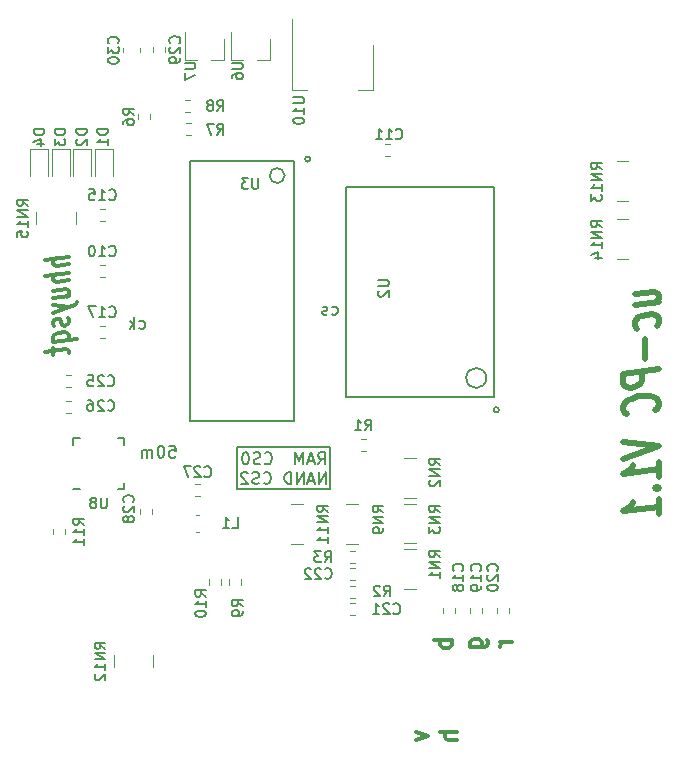
<source format=gbo>
G04 #@! TF.FileFunction,Legend,Bot*
%FSLAX46Y46*%
G04 Gerber Fmt 4.6, Leading zero omitted, Abs format (unit mm)*
G04 Created by KiCad (PCBNEW 4.0.7-e2-6376~58~ubuntu16.04.1) date Fri Jan 26 09:39:30 2018*
%MOMM*%
%LPD*%
G01*
G04 APERTURE LIST*
%ADD10C,0.100000*%
%ADD11C,0.200000*%
%ADD12C,0.180000*%
%ADD13C,0.160000*%
%ADD14C,0.150000*%
%ADD15C,0.300000*%
%ADD16C,0.500000*%
%ADD17C,0.120000*%
G04 APERTURE END LIST*
D10*
D11*
X72000000Y-111800000D02*
X64100000Y-111800000D01*
X72000000Y-108300000D02*
X72000000Y-111800000D01*
X64100000Y-108300000D02*
X72000000Y-108300000D01*
X64100000Y-111800000D02*
X64100000Y-108300000D01*
D12*
X71004762Y-109712381D02*
X71338096Y-109236190D01*
X71576191Y-109712381D02*
X71576191Y-108712381D01*
X71195238Y-108712381D01*
X71100000Y-108760000D01*
X71052381Y-108807619D01*
X71004762Y-108902857D01*
X71004762Y-109045714D01*
X71052381Y-109140952D01*
X71100000Y-109188571D01*
X71195238Y-109236190D01*
X71576191Y-109236190D01*
X70623810Y-109426667D02*
X70147619Y-109426667D01*
X70719048Y-109712381D02*
X70385715Y-108712381D01*
X70052381Y-109712381D01*
X69719048Y-109712381D02*
X69719048Y-108712381D01*
X69385714Y-109426667D01*
X69052381Y-108712381D01*
X69052381Y-109712381D01*
X66480952Y-109617143D02*
X66528571Y-109664762D01*
X66671428Y-109712381D01*
X66766666Y-109712381D01*
X66909524Y-109664762D01*
X67004762Y-109569524D01*
X67052381Y-109474286D01*
X67100000Y-109283810D01*
X67100000Y-109140952D01*
X67052381Y-108950476D01*
X67004762Y-108855238D01*
X66909524Y-108760000D01*
X66766666Y-108712381D01*
X66671428Y-108712381D01*
X66528571Y-108760000D01*
X66480952Y-108807619D01*
X66100000Y-109664762D02*
X65957143Y-109712381D01*
X65719047Y-109712381D01*
X65623809Y-109664762D01*
X65576190Y-109617143D01*
X65528571Y-109521905D01*
X65528571Y-109426667D01*
X65576190Y-109331429D01*
X65623809Y-109283810D01*
X65719047Y-109236190D01*
X65909524Y-109188571D01*
X66004762Y-109140952D01*
X66052381Y-109093333D01*
X66100000Y-108998095D01*
X66100000Y-108902857D01*
X66052381Y-108807619D01*
X66004762Y-108760000D01*
X65909524Y-108712381D01*
X65671428Y-108712381D01*
X65528571Y-108760000D01*
X64909524Y-108712381D02*
X64814285Y-108712381D01*
X64719047Y-108760000D01*
X64671428Y-108807619D01*
X64623809Y-108902857D01*
X64576190Y-109093333D01*
X64576190Y-109331429D01*
X64623809Y-109521905D01*
X64671428Y-109617143D01*
X64719047Y-109664762D01*
X64814285Y-109712381D01*
X64909524Y-109712381D01*
X65004762Y-109664762D01*
X65052381Y-109617143D01*
X65100000Y-109521905D01*
X65147619Y-109331429D01*
X65147619Y-109093333D01*
X65100000Y-108902857D01*
X65052381Y-108807619D01*
X65004762Y-108760000D01*
X64909524Y-108712381D01*
X71671429Y-111392381D02*
X71671429Y-110392381D01*
X71100000Y-111392381D01*
X71100000Y-110392381D01*
X70671429Y-111106667D02*
X70195238Y-111106667D01*
X70766667Y-111392381D02*
X70433334Y-110392381D01*
X70100000Y-111392381D01*
X69766667Y-111392381D02*
X69766667Y-110392381D01*
X69195238Y-111392381D01*
X69195238Y-110392381D01*
X68719048Y-111392381D02*
X68719048Y-110392381D01*
X68480953Y-110392381D01*
X68338095Y-110440000D01*
X68242857Y-110535238D01*
X68195238Y-110630476D01*
X68147619Y-110820952D01*
X68147619Y-110963810D01*
X68195238Y-111154286D01*
X68242857Y-111249524D01*
X68338095Y-111344762D01*
X68480953Y-111392381D01*
X68719048Y-111392381D01*
X66385714Y-111297143D02*
X66433333Y-111344762D01*
X66576190Y-111392381D01*
X66671428Y-111392381D01*
X66814286Y-111344762D01*
X66909524Y-111249524D01*
X66957143Y-111154286D01*
X67004762Y-110963810D01*
X67004762Y-110820952D01*
X66957143Y-110630476D01*
X66909524Y-110535238D01*
X66814286Y-110440000D01*
X66671428Y-110392381D01*
X66576190Y-110392381D01*
X66433333Y-110440000D01*
X66385714Y-110487619D01*
X66004762Y-111344762D02*
X65861905Y-111392381D01*
X65623809Y-111392381D01*
X65528571Y-111344762D01*
X65480952Y-111297143D01*
X65433333Y-111201905D01*
X65433333Y-111106667D01*
X65480952Y-111011429D01*
X65528571Y-110963810D01*
X65623809Y-110916190D01*
X65814286Y-110868571D01*
X65909524Y-110820952D01*
X65957143Y-110773333D01*
X66004762Y-110678095D01*
X66004762Y-110582857D01*
X65957143Y-110487619D01*
X65909524Y-110440000D01*
X65814286Y-110392381D01*
X65576190Y-110392381D01*
X65433333Y-110440000D01*
X65052381Y-110487619D02*
X65004762Y-110440000D01*
X64909524Y-110392381D01*
X64671428Y-110392381D01*
X64576190Y-110440000D01*
X64528571Y-110487619D01*
X64480952Y-110582857D01*
X64480952Y-110678095D01*
X64528571Y-110820952D01*
X65100000Y-111392381D01*
X64480952Y-111392381D01*
D13*
X72166666Y-97004762D02*
X72261904Y-97052381D01*
X72452381Y-97052381D01*
X72547619Y-97004762D01*
X72595238Y-96957143D01*
X72642857Y-96861905D01*
X72642857Y-96576190D01*
X72595238Y-96480952D01*
X72547619Y-96433333D01*
X72452381Y-96385714D01*
X72261904Y-96385714D01*
X72166666Y-96433333D01*
X71785714Y-97004762D02*
X71690476Y-97052381D01*
X71500000Y-97052381D01*
X71404761Y-97004762D01*
X71357142Y-96909524D01*
X71357142Y-96861905D01*
X71404761Y-96766667D01*
X71500000Y-96719048D01*
X71642857Y-96719048D01*
X71738095Y-96671429D01*
X71785714Y-96576190D01*
X71785714Y-96528571D01*
X71738095Y-96433333D01*
X71642857Y-96385714D01*
X71500000Y-96385714D01*
X71404761Y-96433333D01*
X58404761Y-108152381D02*
X58880952Y-108152381D01*
X58928571Y-108628571D01*
X58880952Y-108580952D01*
X58785714Y-108533333D01*
X58547618Y-108533333D01*
X58452380Y-108580952D01*
X58404761Y-108628571D01*
X58357142Y-108723810D01*
X58357142Y-108961905D01*
X58404761Y-109057143D01*
X58452380Y-109104762D01*
X58547618Y-109152381D01*
X58785714Y-109152381D01*
X58880952Y-109104762D01*
X58928571Y-109057143D01*
X57738095Y-108152381D02*
X57642856Y-108152381D01*
X57547618Y-108200000D01*
X57499999Y-108247619D01*
X57452380Y-108342857D01*
X57404761Y-108533333D01*
X57404761Y-108771429D01*
X57452380Y-108961905D01*
X57499999Y-109057143D01*
X57547618Y-109104762D01*
X57642856Y-109152381D01*
X57738095Y-109152381D01*
X57833333Y-109104762D01*
X57880952Y-109057143D01*
X57928571Y-108961905D01*
X57976190Y-108771429D01*
X57976190Y-108533333D01*
X57928571Y-108342857D01*
X57880952Y-108247619D01*
X57833333Y-108200000D01*
X57738095Y-108152381D01*
X56976190Y-109152381D02*
X56976190Y-108485714D01*
X56976190Y-108580952D02*
X56928571Y-108533333D01*
X56833333Y-108485714D01*
X56690475Y-108485714D01*
X56595237Y-108533333D01*
X56547618Y-108628571D01*
X56547618Y-109152381D01*
X56547618Y-108628571D02*
X56499999Y-108533333D01*
X56404761Y-108485714D01*
X56261904Y-108485714D01*
X56166666Y-108533333D01*
X56119047Y-108628571D01*
X56119047Y-109152381D01*
D14*
X55866666Y-98204762D02*
X55961904Y-98252381D01*
X56152381Y-98252381D01*
X56247619Y-98204762D01*
X56295238Y-98157143D01*
X56342857Y-98061905D01*
X56342857Y-97776190D01*
X56295238Y-97680952D01*
X56247619Y-97633333D01*
X56152381Y-97585714D01*
X55961904Y-97585714D01*
X55866666Y-97633333D01*
X55438095Y-98252381D02*
X55438095Y-97252381D01*
X55342857Y-97871429D02*
X55057142Y-98252381D01*
X55057142Y-97585714D02*
X55438095Y-97966667D01*
D15*
X49911522Y-92143669D02*
X47911522Y-92393669D01*
X49911522Y-92786526D02*
X48863903Y-92917478D01*
X48673427Y-92869859D01*
X48578189Y-92738906D01*
X48578189Y-92524621D01*
X48673427Y-92369859D01*
X48768665Y-92286526D01*
X49911522Y-93500812D02*
X47911522Y-93750812D01*
X49911522Y-94143669D02*
X48863903Y-94274621D01*
X48673427Y-94227002D01*
X48578189Y-94096049D01*
X48578189Y-93881764D01*
X48673427Y-93727002D01*
X48768665Y-93643669D01*
X48578189Y-95667478D02*
X49911522Y-95500812D01*
X48578189Y-95024621D02*
X49625808Y-94893669D01*
X49816284Y-94941288D01*
X49911522Y-95072241D01*
X49911522Y-95286526D01*
X49816284Y-95441288D01*
X49721046Y-95524621D01*
X48578189Y-96238907D02*
X49911522Y-96429384D01*
X48578189Y-96953192D02*
X49911522Y-96429384D01*
X50387712Y-96227002D01*
X50482950Y-96143669D01*
X50578189Y-95988907D01*
X49816284Y-97298431D02*
X49911522Y-97429383D01*
X49911522Y-97715098D01*
X49816284Y-97869860D01*
X49625808Y-97965097D01*
X49530570Y-97977002D01*
X49340093Y-97929383D01*
X49244855Y-97798431D01*
X49244855Y-97584145D01*
X49149617Y-97453193D01*
X48959141Y-97405573D01*
X48863903Y-97417478D01*
X48673427Y-97512717D01*
X48578189Y-97667478D01*
X48578189Y-97881764D01*
X48673427Y-98012717D01*
X48578189Y-99381764D02*
X50578189Y-99131764D01*
X49816284Y-99227003D02*
X49911522Y-99072241D01*
X49911522Y-98786527D01*
X49816284Y-98655574D01*
X49721046Y-98596050D01*
X49530570Y-98548431D01*
X48959141Y-98619859D01*
X48768665Y-98715098D01*
X48673427Y-98798431D01*
X48578189Y-98953193D01*
X48578189Y-99238907D01*
X48673427Y-99369860D01*
X48578189Y-99881764D02*
X48578189Y-100453193D01*
X47911522Y-100179384D02*
X49625808Y-99965098D01*
X49816284Y-100012717D01*
X49911522Y-100143670D01*
X49911522Y-100286527D01*
D16*
X97825323Y-96268825D02*
X99825323Y-96018825D01*
X97825323Y-95325968D02*
X99396751Y-95129540D01*
X99682466Y-95198586D01*
X99825323Y-95390253D01*
X99825323Y-95704539D01*
X99682466Y-95931920D01*
X99539609Y-96054539D01*
X99682466Y-98027158D02*
X99825323Y-97799777D01*
X99825323Y-97380729D01*
X99682466Y-97189062D01*
X99539609Y-97102158D01*
X99253894Y-97033111D01*
X98396751Y-97140254D01*
X98111037Y-97280730D01*
X97968180Y-97403348D01*
X97825323Y-97630729D01*
X97825323Y-98049777D01*
X97968180Y-98241444D01*
X98682466Y-99095015D02*
X98682466Y-100771205D01*
X99825323Y-101675968D02*
X96825323Y-102050968D01*
X96825323Y-102889063D01*
X96968180Y-103080730D01*
X97111037Y-103167634D01*
X97396751Y-103236682D01*
X97825323Y-103183110D01*
X98111037Y-103042634D01*
X98253894Y-102920016D01*
X98396751Y-102692635D01*
X98396751Y-101854540D01*
X99539609Y-105168824D02*
X99682466Y-105046205D01*
X99825323Y-104714063D01*
X99825323Y-104504539D01*
X99682466Y-104208110D01*
X99396751Y-104034301D01*
X99111037Y-103965254D01*
X98539609Y-103931920D01*
X98111037Y-103985492D01*
X97539609Y-104161682D01*
X97253894Y-104302158D01*
X96968180Y-104547396D01*
X96825323Y-104879539D01*
X96825323Y-105089063D01*
X96968180Y-105385491D01*
X97111037Y-105472396D01*
X96825323Y-107812872D02*
X99825323Y-108171205D01*
X96825323Y-109279538D01*
X99825323Y-110790252D02*
X99825323Y-109533110D01*
X99825323Y-110161681D02*
X96825323Y-110536681D01*
X97253894Y-110273586D01*
X97539609Y-110028347D01*
X97682466Y-109800967D01*
X99539609Y-111768824D02*
X99682466Y-111855728D01*
X99825323Y-111733110D01*
X99682466Y-111646205D01*
X99539609Y-111768824D01*
X99825323Y-111733110D01*
X99825323Y-113933109D02*
X99825323Y-112675967D01*
X99825323Y-113304538D02*
X96825323Y-113679538D01*
X97253894Y-113416443D01*
X97539609Y-113171204D01*
X97682466Y-112943824D01*
D15*
X82328571Y-124578572D02*
X80828571Y-124578572D01*
X81400000Y-124578572D02*
X81328571Y-124721429D01*
X81328571Y-125007143D01*
X81400000Y-125150000D01*
X81471429Y-125221429D01*
X81614286Y-125292858D01*
X82042857Y-125292858D01*
X82185714Y-125221429D01*
X82257143Y-125150000D01*
X82328571Y-125007143D01*
X82328571Y-124721429D01*
X82257143Y-124578572D01*
X83878571Y-125221429D02*
X85092857Y-125221429D01*
X85235714Y-125150000D01*
X85307143Y-125078572D01*
X85378571Y-124935715D01*
X85378571Y-124721429D01*
X85307143Y-124578572D01*
X84807143Y-125221429D02*
X84878571Y-125078572D01*
X84878571Y-124792858D01*
X84807143Y-124650000D01*
X84735714Y-124578572D01*
X84592857Y-124507143D01*
X84164286Y-124507143D01*
X84021429Y-124578572D01*
X83950000Y-124650000D01*
X83878571Y-124792858D01*
X83878571Y-125078572D01*
X83950000Y-125221429D01*
X87428571Y-124792858D02*
X86428571Y-124792858D01*
X86714286Y-124792858D02*
X86571429Y-124864286D01*
X86500000Y-124935715D01*
X86428571Y-125078572D01*
X86428571Y-125221429D01*
X82778571Y-132403732D02*
X81278571Y-132403732D01*
X82778571Y-133046589D02*
X81992857Y-133046589D01*
X81850000Y-132975160D01*
X81778571Y-132832303D01*
X81778571Y-132618018D01*
X81850000Y-132475160D01*
X81921429Y-132403732D01*
X79278571Y-132365478D02*
X80278571Y-132722621D01*
X79278571Y-133079763D01*
D17*
X50480000Y-89400000D02*
X50480000Y-88400000D01*
X47120000Y-89400000D02*
X47120000Y-88400000D01*
X52140000Y-85300000D02*
X52140000Y-83030000D01*
X52140000Y-83030000D02*
X53660000Y-83030000D01*
X53660000Y-83030000D02*
X53660000Y-85300000D01*
D14*
X86310407Y-105115400D02*
G75*
G03X86310407Y-105115400I-223607J0D01*
G01*
X85235328Y-102415400D02*
G75*
G03X85235328Y-102415400I-848528J0D01*
G01*
X85886800Y-104015400D02*
X73386800Y-104015400D01*
X73386800Y-104015400D02*
X73386800Y-86215400D01*
X73386800Y-86215400D02*
X85886800Y-86215400D01*
X85886800Y-86215400D02*
X85886800Y-104015400D01*
X70353007Y-83883600D02*
G75*
G03X70353007Y-83883600I-223607J0D01*
G01*
X68161856Y-85283600D02*
G75*
G03X68161856Y-85283600I-632456J0D01*
G01*
X68929400Y-84083600D02*
X68929400Y-106083600D01*
X68929400Y-106083600D02*
X60129400Y-106083600D01*
X60129400Y-106083600D02*
X60129400Y-84083600D01*
X60129400Y-84083600D02*
X68929400Y-84083600D01*
D17*
X52950400Y-92860400D02*
X52510400Y-92860400D01*
X52950400Y-93880400D02*
X52510400Y-93880400D01*
X76680000Y-83610000D02*
X77120000Y-83610000D01*
X76680000Y-82590000D02*
X77120000Y-82590000D01*
X52950400Y-88085200D02*
X52510400Y-88085200D01*
X52950400Y-89105200D02*
X52510400Y-89105200D01*
X52950400Y-97991200D02*
X52510400Y-97991200D01*
X52950400Y-99011200D02*
X52510400Y-99011200D01*
X82628200Y-122343200D02*
X82628200Y-121903200D01*
X81608200Y-122343200D02*
X81608200Y-121903200D01*
X84863400Y-122343200D02*
X84863400Y-121903200D01*
X83843400Y-122343200D02*
X83843400Y-121903200D01*
X87149400Y-122343200D02*
X87149400Y-121903200D01*
X86129400Y-122343200D02*
X86129400Y-121903200D01*
X74120000Y-121490000D02*
X73680000Y-121490000D01*
X74120000Y-122510000D02*
X73680000Y-122510000D01*
X74120000Y-118490000D02*
X73680000Y-118490000D01*
X74120000Y-119510000D02*
X73680000Y-119510000D01*
X49665600Y-103176800D02*
X50105600Y-103176800D01*
X49665600Y-102156800D02*
X50105600Y-102156800D01*
X49665600Y-105361200D02*
X50105600Y-105361200D01*
X49665600Y-104341200D02*
X50105600Y-104341200D01*
X60562200Y-112447800D02*
X61002200Y-112447800D01*
X60562200Y-111427800D02*
X61002200Y-111427800D01*
X55928800Y-113495800D02*
X55928800Y-113935800D01*
X56948800Y-113495800D02*
X56948800Y-113935800D01*
X58010000Y-74857500D02*
X58010000Y-74417500D01*
X56990000Y-74857500D02*
X56990000Y-74417500D01*
X55910000Y-74807500D02*
X55910000Y-74507500D01*
X54490000Y-74807500D02*
X54490000Y-74507500D01*
X50240000Y-85300000D02*
X50240000Y-83030000D01*
X50240000Y-83030000D02*
X51760000Y-83030000D01*
X51760000Y-83030000D02*
X51760000Y-85300000D01*
X48440000Y-85300000D02*
X48440000Y-83030000D01*
X48440000Y-83030000D02*
X49960000Y-83030000D01*
X49960000Y-83030000D02*
X49960000Y-85300000D01*
X46640000Y-85300000D02*
X46640000Y-83030000D01*
X46640000Y-83030000D02*
X48160000Y-83030000D01*
X48160000Y-83030000D02*
X48160000Y-85300000D01*
X60632200Y-115416400D02*
X60932200Y-115416400D01*
X60632200Y-113996400D02*
X60932200Y-113996400D01*
X75048400Y-107592400D02*
X74608400Y-107592400D01*
X75048400Y-108612400D02*
X74608400Y-108612400D01*
X73680000Y-121010000D02*
X74120000Y-121010000D01*
X73680000Y-119990000D02*
X74120000Y-119990000D01*
X73680000Y-118110000D02*
X74120000Y-118110000D01*
X73680000Y-117090000D02*
X74120000Y-117090000D01*
X56745600Y-80509400D02*
X56745600Y-80069400D01*
X55725600Y-80509400D02*
X55725600Y-80069400D01*
X59825600Y-81840800D02*
X60265600Y-81840800D01*
X59825600Y-80820800D02*
X60265600Y-80820800D01*
X59749400Y-79935800D02*
X60189400Y-79935800D01*
X59749400Y-78915800D02*
X60189400Y-78915800D01*
X63490000Y-119480000D02*
X63490000Y-119920000D01*
X64510000Y-119480000D02*
X64510000Y-119920000D01*
X61790000Y-119480000D02*
X61790000Y-119920000D01*
X62810000Y-119480000D02*
X62810000Y-119920000D01*
X49608200Y-115663000D02*
X49608200Y-115223000D01*
X48588200Y-115663000D02*
X48588200Y-115223000D01*
X78265400Y-120247200D02*
X79265400Y-120247200D01*
X78265400Y-116887200D02*
X79265400Y-116887200D01*
X79265400Y-109191000D02*
X78265400Y-109191000D01*
X79265400Y-112551000D02*
X78265400Y-112551000D01*
X78265400Y-116411800D02*
X79265400Y-116411800D01*
X78265400Y-113051800D02*
X79265400Y-113051800D01*
X74400000Y-113120000D02*
X73400000Y-113120000D01*
X74400000Y-116480000D02*
X73400000Y-116480000D01*
X68704000Y-116443400D02*
X69704000Y-116443400D01*
X68704000Y-113083400D02*
X69704000Y-113083400D01*
X57052000Y-126890400D02*
X57052000Y-125890400D01*
X53692000Y-126890400D02*
X53692000Y-125890400D01*
X97274000Y-84070400D02*
X96274000Y-84070400D01*
X97274000Y-87430400D02*
X96274000Y-87430400D01*
X96274000Y-92358000D02*
X97274000Y-92358000D01*
X96274000Y-88998000D02*
X97274000Y-88998000D01*
X63600000Y-73100000D02*
X63600000Y-75500000D01*
X63600000Y-75500000D02*
X64650000Y-75500000D01*
X66900000Y-73700000D02*
X66900000Y-75500000D01*
X66900000Y-75500000D02*
X65850000Y-75500000D01*
X59700000Y-73100000D02*
X59700000Y-75500000D01*
X59700000Y-75500000D02*
X60750000Y-75500000D01*
X63000000Y-73700000D02*
X63000000Y-75500000D01*
X63000000Y-75500000D02*
X61950000Y-75500000D01*
D14*
X54575600Y-111827200D02*
X54575600Y-111302200D01*
X50275600Y-107527200D02*
X50275600Y-108052200D01*
X54575600Y-107527200D02*
X54575600Y-108052200D01*
X50275600Y-111827200D02*
X50800600Y-111827200D01*
X50275600Y-107527200D02*
X50800600Y-107527200D01*
X54575600Y-107527200D02*
X54050600Y-107527200D01*
X54575600Y-111827200D02*
X54050600Y-111827200D01*
D17*
X75610000Y-78010000D02*
X74350000Y-78010000D01*
X68790000Y-78010000D02*
X70050000Y-78010000D01*
X75610000Y-74250000D02*
X75610000Y-78010000D01*
X68790000Y-72000000D02*
X68790000Y-78010000D01*
D14*
X46407143Y-87850000D02*
X45978571Y-87550000D01*
X46407143Y-87335715D02*
X45507143Y-87335715D01*
X45507143Y-87678572D01*
X45550000Y-87764286D01*
X45592857Y-87807143D01*
X45678571Y-87850000D01*
X45807143Y-87850000D01*
X45892857Y-87807143D01*
X45935714Y-87764286D01*
X45978571Y-87678572D01*
X45978571Y-87335715D01*
X46407143Y-88235715D02*
X45507143Y-88235715D01*
X46407143Y-88750000D01*
X45507143Y-88750000D01*
X46407143Y-89650000D02*
X46407143Y-89135715D01*
X46407143Y-89392857D02*
X45507143Y-89392857D01*
X45635714Y-89307143D01*
X45721429Y-89221429D01*
X45764286Y-89135715D01*
X45507143Y-90464286D02*
X45507143Y-90035715D01*
X45935714Y-89992858D01*
X45892857Y-90035715D01*
X45850000Y-90121429D01*
X45850000Y-90335715D01*
X45892857Y-90421429D01*
X45935714Y-90464286D01*
X46021429Y-90507143D01*
X46235714Y-90507143D01*
X46321429Y-90464286D01*
X46364286Y-90421429D01*
X46407143Y-90335715D01*
X46407143Y-90121429D01*
X46364286Y-90035715D01*
X46321429Y-89992858D01*
X53207143Y-81335715D02*
X52307143Y-81335715D01*
X52307143Y-81550000D01*
X52350000Y-81678572D01*
X52435714Y-81764286D01*
X52521429Y-81807143D01*
X52692857Y-81850000D01*
X52821429Y-81850000D01*
X52992857Y-81807143D01*
X53078571Y-81764286D01*
X53164286Y-81678572D01*
X53207143Y-81550000D01*
X53207143Y-81335715D01*
X53207143Y-82707143D02*
X53207143Y-82192858D01*
X53207143Y-82450000D02*
X52307143Y-82450000D01*
X52435714Y-82364286D01*
X52521429Y-82278572D01*
X52564286Y-82192858D01*
X76093943Y-94129686D02*
X76822514Y-94129686D01*
X76908229Y-94172543D01*
X76951086Y-94215400D01*
X76993943Y-94301114D01*
X76993943Y-94472543D01*
X76951086Y-94558257D01*
X76908229Y-94601114D01*
X76822514Y-94643971D01*
X76093943Y-94643971D01*
X76179657Y-95029686D02*
X76136800Y-95072543D01*
X76093943Y-95158257D01*
X76093943Y-95372543D01*
X76136800Y-95458257D01*
X76179657Y-95501114D01*
X76265371Y-95543971D01*
X76351086Y-95543971D01*
X76479657Y-95501114D01*
X76993943Y-94986828D01*
X76993943Y-95543971D01*
X65938314Y-85511543D02*
X65938314Y-86240114D01*
X65895457Y-86325829D01*
X65852600Y-86368686D01*
X65766886Y-86411543D01*
X65595457Y-86411543D01*
X65509743Y-86368686D01*
X65466886Y-86325829D01*
X65424029Y-86240114D01*
X65424029Y-85511543D01*
X65081172Y-85511543D02*
X64524029Y-85511543D01*
X64824029Y-85854400D01*
X64695457Y-85854400D01*
X64609743Y-85897257D01*
X64566886Y-85940114D01*
X64524029Y-86025829D01*
X64524029Y-86240114D01*
X64566886Y-86325829D01*
X64609743Y-86368686D01*
X64695457Y-86411543D01*
X64952600Y-86411543D01*
X65038314Y-86368686D01*
X65081172Y-86325829D01*
X53308972Y-92041829D02*
X53351829Y-92084686D01*
X53480400Y-92127543D01*
X53566114Y-92127543D01*
X53694686Y-92084686D01*
X53780400Y-91998971D01*
X53823257Y-91913257D01*
X53866114Y-91741829D01*
X53866114Y-91613257D01*
X53823257Y-91441829D01*
X53780400Y-91356114D01*
X53694686Y-91270400D01*
X53566114Y-91227543D01*
X53480400Y-91227543D01*
X53351829Y-91270400D01*
X53308972Y-91313257D01*
X52451829Y-92127543D02*
X52966114Y-92127543D01*
X52708972Y-92127543D02*
X52708972Y-91227543D01*
X52794686Y-91356114D01*
X52880400Y-91441829D01*
X52966114Y-91484686D01*
X51894686Y-91227543D02*
X51808971Y-91227543D01*
X51723257Y-91270400D01*
X51680400Y-91313257D01*
X51637543Y-91398971D01*
X51594686Y-91570400D01*
X51594686Y-91784686D01*
X51637543Y-91956114D01*
X51680400Y-92041829D01*
X51723257Y-92084686D01*
X51808971Y-92127543D01*
X51894686Y-92127543D01*
X51980400Y-92084686D01*
X52023257Y-92041829D01*
X52066114Y-91956114D01*
X52108971Y-91784686D01*
X52108971Y-91570400D01*
X52066114Y-91398971D01*
X52023257Y-91313257D01*
X51980400Y-91270400D01*
X51894686Y-91227543D01*
X77578572Y-82121429D02*
X77621429Y-82164286D01*
X77750000Y-82207143D01*
X77835714Y-82207143D01*
X77964286Y-82164286D01*
X78050000Y-82078571D01*
X78092857Y-81992857D01*
X78135714Y-81821429D01*
X78135714Y-81692857D01*
X78092857Y-81521429D01*
X78050000Y-81435714D01*
X77964286Y-81350000D01*
X77835714Y-81307143D01*
X77750000Y-81307143D01*
X77621429Y-81350000D01*
X77578572Y-81392857D01*
X76721429Y-82207143D02*
X77235714Y-82207143D01*
X76978572Y-82207143D02*
X76978572Y-81307143D01*
X77064286Y-81435714D01*
X77150000Y-81521429D01*
X77235714Y-81564286D01*
X75864286Y-82207143D02*
X76378571Y-82207143D01*
X76121429Y-82207143D02*
X76121429Y-81307143D01*
X76207143Y-81435714D01*
X76292857Y-81521429D01*
X76378571Y-81564286D01*
X53308972Y-87266629D02*
X53351829Y-87309486D01*
X53480400Y-87352343D01*
X53566114Y-87352343D01*
X53694686Y-87309486D01*
X53780400Y-87223771D01*
X53823257Y-87138057D01*
X53866114Y-86966629D01*
X53866114Y-86838057D01*
X53823257Y-86666629D01*
X53780400Y-86580914D01*
X53694686Y-86495200D01*
X53566114Y-86452343D01*
X53480400Y-86452343D01*
X53351829Y-86495200D01*
X53308972Y-86538057D01*
X52451829Y-87352343D02*
X52966114Y-87352343D01*
X52708972Y-87352343D02*
X52708972Y-86452343D01*
X52794686Y-86580914D01*
X52880400Y-86666629D01*
X52966114Y-86709486D01*
X51637543Y-86452343D02*
X52066114Y-86452343D01*
X52108971Y-86880914D01*
X52066114Y-86838057D01*
X51980400Y-86795200D01*
X51766114Y-86795200D01*
X51680400Y-86838057D01*
X51637543Y-86880914D01*
X51594686Y-86966629D01*
X51594686Y-87180914D01*
X51637543Y-87266629D01*
X51680400Y-87309486D01*
X51766114Y-87352343D01*
X51980400Y-87352343D01*
X52066114Y-87309486D01*
X52108971Y-87266629D01*
X53308972Y-97172629D02*
X53351829Y-97215486D01*
X53480400Y-97258343D01*
X53566114Y-97258343D01*
X53694686Y-97215486D01*
X53780400Y-97129771D01*
X53823257Y-97044057D01*
X53866114Y-96872629D01*
X53866114Y-96744057D01*
X53823257Y-96572629D01*
X53780400Y-96486914D01*
X53694686Y-96401200D01*
X53566114Y-96358343D01*
X53480400Y-96358343D01*
X53351829Y-96401200D01*
X53308972Y-96444057D01*
X52451829Y-97258343D02*
X52966114Y-97258343D01*
X52708972Y-97258343D02*
X52708972Y-96358343D01*
X52794686Y-96486914D01*
X52880400Y-96572629D01*
X52966114Y-96615486D01*
X52151829Y-96358343D02*
X51551829Y-96358343D01*
X51937543Y-97258343D01*
X83221429Y-118721428D02*
X83264286Y-118678571D01*
X83307143Y-118550000D01*
X83307143Y-118464286D01*
X83264286Y-118335714D01*
X83178571Y-118250000D01*
X83092857Y-118207143D01*
X82921429Y-118164286D01*
X82792857Y-118164286D01*
X82621429Y-118207143D01*
X82535714Y-118250000D01*
X82450000Y-118335714D01*
X82407143Y-118464286D01*
X82407143Y-118550000D01*
X82450000Y-118678571D01*
X82492857Y-118721428D01*
X83307143Y-119578571D02*
X83307143Y-119064286D01*
X83307143Y-119321428D02*
X82407143Y-119321428D01*
X82535714Y-119235714D01*
X82621429Y-119150000D01*
X82664286Y-119064286D01*
X82792857Y-120092857D02*
X82750000Y-120007143D01*
X82707143Y-119964286D01*
X82621429Y-119921429D01*
X82578571Y-119921429D01*
X82492857Y-119964286D01*
X82450000Y-120007143D01*
X82407143Y-120092857D01*
X82407143Y-120264286D01*
X82450000Y-120350000D01*
X82492857Y-120392857D01*
X82578571Y-120435714D01*
X82621429Y-120435714D01*
X82707143Y-120392857D01*
X82750000Y-120350000D01*
X82792857Y-120264286D01*
X82792857Y-120092857D01*
X82835714Y-120007143D01*
X82878571Y-119964286D01*
X82964286Y-119921429D01*
X83135714Y-119921429D01*
X83221429Y-119964286D01*
X83264286Y-120007143D01*
X83307143Y-120092857D01*
X83307143Y-120264286D01*
X83264286Y-120350000D01*
X83221429Y-120392857D01*
X83135714Y-120435714D01*
X82964286Y-120435714D01*
X82878571Y-120392857D01*
X82835714Y-120350000D01*
X82792857Y-120264286D01*
X84721429Y-118721428D02*
X84764286Y-118678571D01*
X84807143Y-118550000D01*
X84807143Y-118464286D01*
X84764286Y-118335714D01*
X84678571Y-118250000D01*
X84592857Y-118207143D01*
X84421429Y-118164286D01*
X84292857Y-118164286D01*
X84121429Y-118207143D01*
X84035714Y-118250000D01*
X83950000Y-118335714D01*
X83907143Y-118464286D01*
X83907143Y-118550000D01*
X83950000Y-118678571D01*
X83992857Y-118721428D01*
X84807143Y-119578571D02*
X84807143Y-119064286D01*
X84807143Y-119321428D02*
X83907143Y-119321428D01*
X84035714Y-119235714D01*
X84121429Y-119150000D01*
X84164286Y-119064286D01*
X84807143Y-120007143D02*
X84807143Y-120178571D01*
X84764286Y-120264286D01*
X84721429Y-120307143D01*
X84592857Y-120392857D01*
X84421429Y-120435714D01*
X84078571Y-120435714D01*
X83992857Y-120392857D01*
X83950000Y-120350000D01*
X83907143Y-120264286D01*
X83907143Y-120092857D01*
X83950000Y-120007143D01*
X83992857Y-119964286D01*
X84078571Y-119921429D01*
X84292857Y-119921429D01*
X84378571Y-119964286D01*
X84421429Y-120007143D01*
X84464286Y-120092857D01*
X84464286Y-120264286D01*
X84421429Y-120350000D01*
X84378571Y-120392857D01*
X84292857Y-120435714D01*
X86121429Y-118721428D02*
X86164286Y-118678571D01*
X86207143Y-118550000D01*
X86207143Y-118464286D01*
X86164286Y-118335714D01*
X86078571Y-118250000D01*
X85992857Y-118207143D01*
X85821429Y-118164286D01*
X85692857Y-118164286D01*
X85521429Y-118207143D01*
X85435714Y-118250000D01*
X85350000Y-118335714D01*
X85307143Y-118464286D01*
X85307143Y-118550000D01*
X85350000Y-118678571D01*
X85392857Y-118721428D01*
X85392857Y-119064286D02*
X85350000Y-119107143D01*
X85307143Y-119192857D01*
X85307143Y-119407143D01*
X85350000Y-119492857D01*
X85392857Y-119535714D01*
X85478571Y-119578571D01*
X85564286Y-119578571D01*
X85692857Y-119535714D01*
X86207143Y-119021428D01*
X86207143Y-119578571D01*
X85307143Y-120135714D02*
X85307143Y-120221429D01*
X85350000Y-120307143D01*
X85392857Y-120350000D01*
X85478571Y-120392857D01*
X85650000Y-120435714D01*
X85864286Y-120435714D01*
X86035714Y-120392857D01*
X86121429Y-120350000D01*
X86164286Y-120307143D01*
X86207143Y-120221429D01*
X86207143Y-120135714D01*
X86164286Y-120050000D01*
X86121429Y-120007143D01*
X86035714Y-119964286D01*
X85864286Y-119921429D01*
X85650000Y-119921429D01*
X85478571Y-119964286D01*
X85392857Y-120007143D01*
X85350000Y-120050000D01*
X85307143Y-120135714D01*
X77378572Y-122321429D02*
X77421429Y-122364286D01*
X77550000Y-122407143D01*
X77635714Y-122407143D01*
X77764286Y-122364286D01*
X77850000Y-122278571D01*
X77892857Y-122192857D01*
X77935714Y-122021429D01*
X77935714Y-121892857D01*
X77892857Y-121721429D01*
X77850000Y-121635714D01*
X77764286Y-121550000D01*
X77635714Y-121507143D01*
X77550000Y-121507143D01*
X77421429Y-121550000D01*
X77378572Y-121592857D01*
X77035714Y-121592857D02*
X76992857Y-121550000D01*
X76907143Y-121507143D01*
X76692857Y-121507143D01*
X76607143Y-121550000D01*
X76564286Y-121592857D01*
X76521429Y-121678571D01*
X76521429Y-121764286D01*
X76564286Y-121892857D01*
X77078572Y-122407143D01*
X76521429Y-122407143D01*
X75664286Y-122407143D02*
X76178571Y-122407143D01*
X75921429Y-122407143D02*
X75921429Y-121507143D01*
X76007143Y-121635714D01*
X76092857Y-121721429D01*
X76178571Y-121764286D01*
X71578572Y-119321429D02*
X71621429Y-119364286D01*
X71750000Y-119407143D01*
X71835714Y-119407143D01*
X71964286Y-119364286D01*
X72050000Y-119278571D01*
X72092857Y-119192857D01*
X72135714Y-119021429D01*
X72135714Y-118892857D01*
X72092857Y-118721429D01*
X72050000Y-118635714D01*
X71964286Y-118550000D01*
X71835714Y-118507143D01*
X71750000Y-118507143D01*
X71621429Y-118550000D01*
X71578572Y-118592857D01*
X71235714Y-118592857D02*
X71192857Y-118550000D01*
X71107143Y-118507143D01*
X70892857Y-118507143D01*
X70807143Y-118550000D01*
X70764286Y-118592857D01*
X70721429Y-118678571D01*
X70721429Y-118764286D01*
X70764286Y-118892857D01*
X71278572Y-119407143D01*
X70721429Y-119407143D01*
X70378571Y-118592857D02*
X70335714Y-118550000D01*
X70250000Y-118507143D01*
X70035714Y-118507143D01*
X69950000Y-118550000D01*
X69907143Y-118592857D01*
X69864286Y-118678571D01*
X69864286Y-118764286D01*
X69907143Y-118892857D01*
X70421429Y-119407143D01*
X69864286Y-119407143D01*
X53178572Y-103021429D02*
X53221429Y-103064286D01*
X53350000Y-103107143D01*
X53435714Y-103107143D01*
X53564286Y-103064286D01*
X53650000Y-102978571D01*
X53692857Y-102892857D01*
X53735714Y-102721429D01*
X53735714Y-102592857D01*
X53692857Y-102421429D01*
X53650000Y-102335714D01*
X53564286Y-102250000D01*
X53435714Y-102207143D01*
X53350000Y-102207143D01*
X53221429Y-102250000D01*
X53178572Y-102292857D01*
X52835714Y-102292857D02*
X52792857Y-102250000D01*
X52707143Y-102207143D01*
X52492857Y-102207143D01*
X52407143Y-102250000D01*
X52364286Y-102292857D01*
X52321429Y-102378571D01*
X52321429Y-102464286D01*
X52364286Y-102592857D01*
X52878572Y-103107143D01*
X52321429Y-103107143D01*
X51507143Y-102207143D02*
X51935714Y-102207143D01*
X51978571Y-102635714D01*
X51935714Y-102592857D01*
X51850000Y-102550000D01*
X51635714Y-102550000D01*
X51550000Y-102592857D01*
X51507143Y-102635714D01*
X51464286Y-102721429D01*
X51464286Y-102935714D01*
X51507143Y-103021429D01*
X51550000Y-103064286D01*
X51635714Y-103107143D01*
X51850000Y-103107143D01*
X51935714Y-103064286D01*
X51978571Y-103021429D01*
X53178572Y-105121429D02*
X53221429Y-105164286D01*
X53350000Y-105207143D01*
X53435714Y-105207143D01*
X53564286Y-105164286D01*
X53650000Y-105078571D01*
X53692857Y-104992857D01*
X53735714Y-104821429D01*
X53735714Y-104692857D01*
X53692857Y-104521429D01*
X53650000Y-104435714D01*
X53564286Y-104350000D01*
X53435714Y-104307143D01*
X53350000Y-104307143D01*
X53221429Y-104350000D01*
X53178572Y-104392857D01*
X52835714Y-104392857D02*
X52792857Y-104350000D01*
X52707143Y-104307143D01*
X52492857Y-104307143D01*
X52407143Y-104350000D01*
X52364286Y-104392857D01*
X52321429Y-104478571D01*
X52321429Y-104564286D01*
X52364286Y-104692857D01*
X52878572Y-105207143D01*
X52321429Y-105207143D01*
X51550000Y-104307143D02*
X51721429Y-104307143D01*
X51807143Y-104350000D01*
X51850000Y-104392857D01*
X51935714Y-104521429D01*
X51978571Y-104692857D01*
X51978571Y-105035714D01*
X51935714Y-105121429D01*
X51892857Y-105164286D01*
X51807143Y-105207143D01*
X51635714Y-105207143D01*
X51550000Y-105164286D01*
X51507143Y-105121429D01*
X51464286Y-105035714D01*
X51464286Y-104821429D01*
X51507143Y-104735714D01*
X51550000Y-104692857D01*
X51635714Y-104650000D01*
X51807143Y-104650000D01*
X51892857Y-104692857D01*
X51935714Y-104735714D01*
X51978571Y-104821429D01*
X61378572Y-110721429D02*
X61421429Y-110764286D01*
X61550000Y-110807143D01*
X61635714Y-110807143D01*
X61764286Y-110764286D01*
X61850000Y-110678571D01*
X61892857Y-110592857D01*
X61935714Y-110421429D01*
X61935714Y-110292857D01*
X61892857Y-110121429D01*
X61850000Y-110035714D01*
X61764286Y-109950000D01*
X61635714Y-109907143D01*
X61550000Y-109907143D01*
X61421429Y-109950000D01*
X61378572Y-109992857D01*
X61035714Y-109992857D02*
X60992857Y-109950000D01*
X60907143Y-109907143D01*
X60692857Y-109907143D01*
X60607143Y-109950000D01*
X60564286Y-109992857D01*
X60521429Y-110078571D01*
X60521429Y-110164286D01*
X60564286Y-110292857D01*
X61078572Y-110807143D01*
X60521429Y-110807143D01*
X60221429Y-109907143D02*
X59621429Y-109907143D01*
X60007143Y-110807143D01*
X55321429Y-112921428D02*
X55364286Y-112878571D01*
X55407143Y-112750000D01*
X55407143Y-112664286D01*
X55364286Y-112535714D01*
X55278571Y-112450000D01*
X55192857Y-112407143D01*
X55021429Y-112364286D01*
X54892857Y-112364286D01*
X54721429Y-112407143D01*
X54635714Y-112450000D01*
X54550000Y-112535714D01*
X54507143Y-112664286D01*
X54507143Y-112750000D01*
X54550000Y-112878571D01*
X54592857Y-112921428D01*
X54592857Y-113264286D02*
X54550000Y-113307143D01*
X54507143Y-113392857D01*
X54507143Y-113607143D01*
X54550000Y-113692857D01*
X54592857Y-113735714D01*
X54678571Y-113778571D01*
X54764286Y-113778571D01*
X54892857Y-113735714D01*
X55407143Y-113221428D01*
X55407143Y-113778571D01*
X54892857Y-114292857D02*
X54850000Y-114207143D01*
X54807143Y-114164286D01*
X54721429Y-114121429D01*
X54678571Y-114121429D01*
X54592857Y-114164286D01*
X54550000Y-114207143D01*
X54507143Y-114292857D01*
X54507143Y-114464286D01*
X54550000Y-114550000D01*
X54592857Y-114592857D01*
X54678571Y-114635714D01*
X54721429Y-114635714D01*
X54807143Y-114592857D01*
X54850000Y-114550000D01*
X54892857Y-114464286D01*
X54892857Y-114292857D01*
X54935714Y-114207143D01*
X54978571Y-114164286D01*
X55064286Y-114121429D01*
X55235714Y-114121429D01*
X55321429Y-114164286D01*
X55364286Y-114207143D01*
X55407143Y-114292857D01*
X55407143Y-114464286D01*
X55364286Y-114550000D01*
X55321429Y-114592857D01*
X55235714Y-114635714D01*
X55064286Y-114635714D01*
X54978571Y-114592857D01*
X54935714Y-114550000D01*
X54892857Y-114464286D01*
X59221429Y-74058928D02*
X59264286Y-74016071D01*
X59307143Y-73887500D01*
X59307143Y-73801786D01*
X59264286Y-73673214D01*
X59178571Y-73587500D01*
X59092857Y-73544643D01*
X58921429Y-73501786D01*
X58792857Y-73501786D01*
X58621429Y-73544643D01*
X58535714Y-73587500D01*
X58450000Y-73673214D01*
X58407143Y-73801786D01*
X58407143Y-73887500D01*
X58450000Y-74016071D01*
X58492857Y-74058928D01*
X58492857Y-74401786D02*
X58450000Y-74444643D01*
X58407143Y-74530357D01*
X58407143Y-74744643D01*
X58450000Y-74830357D01*
X58492857Y-74873214D01*
X58578571Y-74916071D01*
X58664286Y-74916071D01*
X58792857Y-74873214D01*
X59307143Y-74358928D01*
X59307143Y-74916071D01*
X59307143Y-75344643D02*
X59307143Y-75516071D01*
X59264286Y-75601786D01*
X59221429Y-75644643D01*
X59092857Y-75730357D01*
X58921429Y-75773214D01*
X58578571Y-75773214D01*
X58492857Y-75730357D01*
X58450000Y-75687500D01*
X58407143Y-75601786D01*
X58407143Y-75430357D01*
X58450000Y-75344643D01*
X58492857Y-75301786D01*
X58578571Y-75258929D01*
X58792857Y-75258929D01*
X58878571Y-75301786D01*
X58921429Y-75344643D01*
X58964286Y-75430357D01*
X58964286Y-75601786D01*
X58921429Y-75687500D01*
X58878571Y-75730357D01*
X58792857Y-75773214D01*
X54021429Y-74078928D02*
X54064286Y-74036071D01*
X54107143Y-73907500D01*
X54107143Y-73821786D01*
X54064286Y-73693214D01*
X53978571Y-73607500D01*
X53892857Y-73564643D01*
X53721429Y-73521786D01*
X53592857Y-73521786D01*
X53421429Y-73564643D01*
X53335714Y-73607500D01*
X53250000Y-73693214D01*
X53207143Y-73821786D01*
X53207143Y-73907500D01*
X53250000Y-74036071D01*
X53292857Y-74078928D01*
X53207143Y-74378928D02*
X53207143Y-74936071D01*
X53550000Y-74636071D01*
X53550000Y-74764643D01*
X53592857Y-74850357D01*
X53635714Y-74893214D01*
X53721429Y-74936071D01*
X53935714Y-74936071D01*
X54021429Y-74893214D01*
X54064286Y-74850357D01*
X54107143Y-74764643D01*
X54107143Y-74507500D01*
X54064286Y-74421786D01*
X54021429Y-74378928D01*
X53207143Y-75493214D02*
X53207143Y-75578929D01*
X53250000Y-75664643D01*
X53292857Y-75707500D01*
X53378571Y-75750357D01*
X53550000Y-75793214D01*
X53764286Y-75793214D01*
X53935714Y-75750357D01*
X54021429Y-75707500D01*
X54064286Y-75664643D01*
X54107143Y-75578929D01*
X54107143Y-75493214D01*
X54064286Y-75407500D01*
X54021429Y-75364643D01*
X53935714Y-75321786D01*
X53764286Y-75278929D01*
X53550000Y-75278929D01*
X53378571Y-75321786D01*
X53292857Y-75364643D01*
X53250000Y-75407500D01*
X53207143Y-75493214D01*
X51407143Y-81335715D02*
X50507143Y-81335715D01*
X50507143Y-81550000D01*
X50550000Y-81678572D01*
X50635714Y-81764286D01*
X50721429Y-81807143D01*
X50892857Y-81850000D01*
X51021429Y-81850000D01*
X51192857Y-81807143D01*
X51278571Y-81764286D01*
X51364286Y-81678572D01*
X51407143Y-81550000D01*
X51407143Y-81335715D01*
X50592857Y-82192858D02*
X50550000Y-82235715D01*
X50507143Y-82321429D01*
X50507143Y-82535715D01*
X50550000Y-82621429D01*
X50592857Y-82664286D01*
X50678571Y-82707143D01*
X50764286Y-82707143D01*
X50892857Y-82664286D01*
X51407143Y-82150000D01*
X51407143Y-82707143D01*
X49607143Y-81335715D02*
X48707143Y-81335715D01*
X48707143Y-81550000D01*
X48750000Y-81678572D01*
X48835714Y-81764286D01*
X48921429Y-81807143D01*
X49092857Y-81850000D01*
X49221429Y-81850000D01*
X49392857Y-81807143D01*
X49478571Y-81764286D01*
X49564286Y-81678572D01*
X49607143Y-81550000D01*
X49607143Y-81335715D01*
X48707143Y-82150000D02*
X48707143Y-82707143D01*
X49050000Y-82407143D01*
X49050000Y-82535715D01*
X49092857Y-82621429D01*
X49135714Y-82664286D01*
X49221429Y-82707143D01*
X49435714Y-82707143D01*
X49521429Y-82664286D01*
X49564286Y-82621429D01*
X49607143Y-82535715D01*
X49607143Y-82278572D01*
X49564286Y-82192858D01*
X49521429Y-82150000D01*
X47807143Y-81335715D02*
X46907143Y-81335715D01*
X46907143Y-81550000D01*
X46950000Y-81678572D01*
X47035714Y-81764286D01*
X47121429Y-81807143D01*
X47292857Y-81850000D01*
X47421429Y-81850000D01*
X47592857Y-81807143D01*
X47678571Y-81764286D01*
X47764286Y-81678572D01*
X47807143Y-81550000D01*
X47807143Y-81335715D01*
X47207143Y-82621429D02*
X47807143Y-82621429D01*
X46864286Y-82407143D02*
X47507143Y-82192858D01*
X47507143Y-82750000D01*
X63750000Y-115107143D02*
X64178571Y-115107143D01*
X64178571Y-114207143D01*
X62978572Y-115107143D02*
X63492857Y-115107143D01*
X63235715Y-115107143D02*
X63235715Y-114207143D01*
X63321429Y-114335714D01*
X63407143Y-114421429D01*
X63492857Y-114464286D01*
X74978400Y-106859543D02*
X75278400Y-106430971D01*
X75492685Y-106859543D02*
X75492685Y-105959543D01*
X75149828Y-105959543D01*
X75064114Y-106002400D01*
X75021257Y-106045257D01*
X74978400Y-106130971D01*
X74978400Y-106259543D01*
X75021257Y-106345257D01*
X75064114Y-106388114D01*
X75149828Y-106430971D01*
X75492685Y-106430971D01*
X74121257Y-106859543D02*
X74635542Y-106859543D01*
X74378400Y-106859543D02*
X74378400Y-105959543D01*
X74464114Y-106088114D01*
X74549828Y-106173829D01*
X74635542Y-106216686D01*
X76550000Y-120907143D02*
X76850000Y-120478571D01*
X77064285Y-120907143D02*
X77064285Y-120007143D01*
X76721428Y-120007143D01*
X76635714Y-120050000D01*
X76592857Y-120092857D01*
X76550000Y-120178571D01*
X76550000Y-120307143D01*
X76592857Y-120392857D01*
X76635714Y-120435714D01*
X76721428Y-120478571D01*
X77064285Y-120478571D01*
X76207142Y-120092857D02*
X76164285Y-120050000D01*
X76078571Y-120007143D01*
X75864285Y-120007143D01*
X75778571Y-120050000D01*
X75735714Y-120092857D01*
X75692857Y-120178571D01*
X75692857Y-120264286D01*
X75735714Y-120392857D01*
X76250000Y-120907143D01*
X75692857Y-120907143D01*
X71550000Y-118007143D02*
X71850000Y-117578571D01*
X72064285Y-118007143D02*
X72064285Y-117107143D01*
X71721428Y-117107143D01*
X71635714Y-117150000D01*
X71592857Y-117192857D01*
X71550000Y-117278571D01*
X71550000Y-117407143D01*
X71592857Y-117492857D01*
X71635714Y-117535714D01*
X71721428Y-117578571D01*
X72064285Y-117578571D01*
X71250000Y-117107143D02*
X70692857Y-117107143D01*
X70992857Y-117450000D01*
X70864285Y-117450000D01*
X70778571Y-117492857D01*
X70735714Y-117535714D01*
X70692857Y-117621429D01*
X70692857Y-117835714D01*
X70735714Y-117921429D01*
X70778571Y-117964286D01*
X70864285Y-118007143D01*
X71121428Y-118007143D01*
X71207142Y-117964286D01*
X71250000Y-117921429D01*
X55407143Y-80150000D02*
X54978571Y-79850000D01*
X55407143Y-79635715D02*
X54507143Y-79635715D01*
X54507143Y-79978572D01*
X54550000Y-80064286D01*
X54592857Y-80107143D01*
X54678571Y-80150000D01*
X54807143Y-80150000D01*
X54892857Y-80107143D01*
X54935714Y-80064286D01*
X54978571Y-79978572D01*
X54978571Y-79635715D01*
X54507143Y-80921429D02*
X54507143Y-80750000D01*
X54550000Y-80664286D01*
X54592857Y-80621429D01*
X54721429Y-80535715D01*
X54892857Y-80492858D01*
X55235714Y-80492858D01*
X55321429Y-80535715D01*
X55364286Y-80578572D01*
X55407143Y-80664286D01*
X55407143Y-80835715D01*
X55364286Y-80921429D01*
X55321429Y-80964286D01*
X55235714Y-81007143D01*
X55021429Y-81007143D01*
X54935714Y-80964286D01*
X54892857Y-80921429D01*
X54850000Y-80835715D01*
X54850000Y-80664286D01*
X54892857Y-80578572D01*
X54935714Y-80535715D01*
X55021429Y-80492858D01*
X62450000Y-81807143D02*
X62750000Y-81378571D01*
X62964285Y-81807143D02*
X62964285Y-80907143D01*
X62621428Y-80907143D01*
X62535714Y-80950000D01*
X62492857Y-80992857D01*
X62450000Y-81078571D01*
X62450000Y-81207143D01*
X62492857Y-81292857D01*
X62535714Y-81335714D01*
X62621428Y-81378571D01*
X62964285Y-81378571D01*
X62150000Y-80907143D02*
X61550000Y-80907143D01*
X61935714Y-81807143D01*
X62450000Y-79807143D02*
X62750000Y-79378571D01*
X62964285Y-79807143D02*
X62964285Y-78907143D01*
X62621428Y-78907143D01*
X62535714Y-78950000D01*
X62492857Y-78992857D01*
X62450000Y-79078571D01*
X62450000Y-79207143D01*
X62492857Y-79292857D01*
X62535714Y-79335714D01*
X62621428Y-79378571D01*
X62964285Y-79378571D01*
X61935714Y-79292857D02*
X62021428Y-79250000D01*
X62064285Y-79207143D01*
X62107142Y-79121429D01*
X62107142Y-79078571D01*
X62064285Y-78992857D01*
X62021428Y-78950000D01*
X61935714Y-78907143D01*
X61764285Y-78907143D01*
X61678571Y-78950000D01*
X61635714Y-78992857D01*
X61592857Y-79078571D01*
X61592857Y-79121429D01*
X61635714Y-79207143D01*
X61678571Y-79250000D01*
X61764285Y-79292857D01*
X61935714Y-79292857D01*
X62021428Y-79335714D01*
X62064285Y-79378571D01*
X62107142Y-79464286D01*
X62107142Y-79635714D01*
X62064285Y-79721429D01*
X62021428Y-79764286D01*
X61935714Y-79807143D01*
X61764285Y-79807143D01*
X61678571Y-79764286D01*
X61635714Y-79721429D01*
X61592857Y-79635714D01*
X61592857Y-79464286D01*
X61635714Y-79378571D01*
X61678571Y-79335714D01*
X61764285Y-79292857D01*
X64607143Y-121750000D02*
X64178571Y-121450000D01*
X64607143Y-121235715D02*
X63707143Y-121235715D01*
X63707143Y-121578572D01*
X63750000Y-121664286D01*
X63792857Y-121707143D01*
X63878571Y-121750000D01*
X64007143Y-121750000D01*
X64092857Y-121707143D01*
X64135714Y-121664286D01*
X64178571Y-121578572D01*
X64178571Y-121235715D01*
X64607143Y-122178572D02*
X64607143Y-122350000D01*
X64564286Y-122435715D01*
X64521429Y-122478572D01*
X64392857Y-122564286D01*
X64221429Y-122607143D01*
X63878571Y-122607143D01*
X63792857Y-122564286D01*
X63750000Y-122521429D01*
X63707143Y-122435715D01*
X63707143Y-122264286D01*
X63750000Y-122178572D01*
X63792857Y-122135715D01*
X63878571Y-122092858D01*
X64092857Y-122092858D01*
X64178571Y-122135715D01*
X64221429Y-122178572D01*
X64264286Y-122264286D01*
X64264286Y-122435715D01*
X64221429Y-122521429D01*
X64178571Y-122564286D01*
X64092857Y-122607143D01*
X61507143Y-120921428D02*
X61078571Y-120621428D01*
X61507143Y-120407143D02*
X60607143Y-120407143D01*
X60607143Y-120750000D01*
X60650000Y-120835714D01*
X60692857Y-120878571D01*
X60778571Y-120921428D01*
X60907143Y-120921428D01*
X60992857Y-120878571D01*
X61035714Y-120835714D01*
X61078571Y-120750000D01*
X61078571Y-120407143D01*
X61507143Y-121778571D02*
X61507143Y-121264286D01*
X61507143Y-121521428D02*
X60607143Y-121521428D01*
X60735714Y-121435714D01*
X60821429Y-121350000D01*
X60864286Y-121264286D01*
X60607143Y-122335714D02*
X60607143Y-122421429D01*
X60650000Y-122507143D01*
X60692857Y-122550000D01*
X60778571Y-122592857D01*
X60950000Y-122635714D01*
X61164286Y-122635714D01*
X61335714Y-122592857D01*
X61421429Y-122550000D01*
X61464286Y-122507143D01*
X61507143Y-122421429D01*
X61507143Y-122335714D01*
X61464286Y-122250000D01*
X61421429Y-122207143D01*
X61335714Y-122164286D01*
X61164286Y-122121429D01*
X60950000Y-122121429D01*
X60778571Y-122164286D01*
X60692857Y-122207143D01*
X60650000Y-122250000D01*
X60607143Y-122335714D01*
X51155343Y-114864428D02*
X50726771Y-114564428D01*
X51155343Y-114350143D02*
X50255343Y-114350143D01*
X50255343Y-114693000D01*
X50298200Y-114778714D01*
X50341057Y-114821571D01*
X50426771Y-114864428D01*
X50555343Y-114864428D01*
X50641057Y-114821571D01*
X50683914Y-114778714D01*
X50726771Y-114693000D01*
X50726771Y-114350143D01*
X51155343Y-115721571D02*
X51155343Y-115207286D01*
X51155343Y-115464428D02*
X50255343Y-115464428D01*
X50383914Y-115378714D01*
X50469629Y-115293000D01*
X50512486Y-115207286D01*
X51155343Y-116578714D02*
X51155343Y-116064429D01*
X51155343Y-116321571D02*
X50255343Y-116321571D01*
X50383914Y-116235857D01*
X50469629Y-116150143D01*
X50512486Y-116064429D01*
X81307143Y-117578571D02*
X80878571Y-117278571D01*
X81307143Y-117064286D02*
X80407143Y-117064286D01*
X80407143Y-117407143D01*
X80450000Y-117492857D01*
X80492857Y-117535714D01*
X80578571Y-117578571D01*
X80707143Y-117578571D01*
X80792857Y-117535714D01*
X80835714Y-117492857D01*
X80878571Y-117407143D01*
X80878571Y-117064286D01*
X81307143Y-117964286D02*
X80407143Y-117964286D01*
X81307143Y-118478571D01*
X80407143Y-118478571D01*
X81307143Y-119378571D02*
X81307143Y-118864286D01*
X81307143Y-119121428D02*
X80407143Y-119121428D01*
X80535714Y-119035714D01*
X80621429Y-118950000D01*
X80664286Y-118864286D01*
X81307143Y-109778571D02*
X80878571Y-109478571D01*
X81307143Y-109264286D02*
X80407143Y-109264286D01*
X80407143Y-109607143D01*
X80450000Y-109692857D01*
X80492857Y-109735714D01*
X80578571Y-109778571D01*
X80707143Y-109778571D01*
X80792857Y-109735714D01*
X80835714Y-109692857D01*
X80878571Y-109607143D01*
X80878571Y-109264286D01*
X81307143Y-110164286D02*
X80407143Y-110164286D01*
X81307143Y-110678571D01*
X80407143Y-110678571D01*
X80492857Y-111064286D02*
X80450000Y-111107143D01*
X80407143Y-111192857D01*
X80407143Y-111407143D01*
X80450000Y-111492857D01*
X80492857Y-111535714D01*
X80578571Y-111578571D01*
X80664286Y-111578571D01*
X80792857Y-111535714D01*
X81307143Y-111021428D01*
X81307143Y-111578571D01*
X81307143Y-113778571D02*
X80878571Y-113478571D01*
X81307143Y-113264286D02*
X80407143Y-113264286D01*
X80407143Y-113607143D01*
X80450000Y-113692857D01*
X80492857Y-113735714D01*
X80578571Y-113778571D01*
X80707143Y-113778571D01*
X80792857Y-113735714D01*
X80835714Y-113692857D01*
X80878571Y-113607143D01*
X80878571Y-113264286D01*
X81307143Y-114164286D02*
X80407143Y-114164286D01*
X81307143Y-114678571D01*
X80407143Y-114678571D01*
X80407143Y-115021428D02*
X80407143Y-115578571D01*
X80750000Y-115278571D01*
X80750000Y-115407143D01*
X80792857Y-115492857D01*
X80835714Y-115535714D01*
X80921429Y-115578571D01*
X81135714Y-115578571D01*
X81221429Y-115535714D01*
X81264286Y-115492857D01*
X81307143Y-115407143D01*
X81307143Y-115150000D01*
X81264286Y-115064286D01*
X81221429Y-115021428D01*
X76507143Y-113778571D02*
X76078571Y-113478571D01*
X76507143Y-113264286D02*
X75607143Y-113264286D01*
X75607143Y-113607143D01*
X75650000Y-113692857D01*
X75692857Y-113735714D01*
X75778571Y-113778571D01*
X75907143Y-113778571D01*
X75992857Y-113735714D01*
X76035714Y-113692857D01*
X76078571Y-113607143D01*
X76078571Y-113264286D01*
X76507143Y-114164286D02*
X75607143Y-114164286D01*
X76507143Y-114678571D01*
X75607143Y-114678571D01*
X76507143Y-115150000D02*
X76507143Y-115321428D01*
X76464286Y-115407143D01*
X76421429Y-115450000D01*
X76292857Y-115535714D01*
X76121429Y-115578571D01*
X75778571Y-115578571D01*
X75692857Y-115535714D01*
X75650000Y-115492857D01*
X75607143Y-115407143D01*
X75607143Y-115235714D01*
X75650000Y-115150000D01*
X75692857Y-115107143D01*
X75778571Y-115064286D01*
X75992857Y-115064286D01*
X76078571Y-115107143D01*
X76121429Y-115150000D01*
X76164286Y-115235714D01*
X76164286Y-115407143D01*
X76121429Y-115492857D01*
X76078571Y-115535714D01*
X75992857Y-115578571D01*
X71807143Y-113750000D02*
X71378571Y-113450000D01*
X71807143Y-113235715D02*
X70907143Y-113235715D01*
X70907143Y-113578572D01*
X70950000Y-113664286D01*
X70992857Y-113707143D01*
X71078571Y-113750000D01*
X71207143Y-113750000D01*
X71292857Y-113707143D01*
X71335714Y-113664286D01*
X71378571Y-113578572D01*
X71378571Y-113235715D01*
X71807143Y-114135715D02*
X70907143Y-114135715D01*
X71807143Y-114650000D01*
X70907143Y-114650000D01*
X71807143Y-115550000D02*
X71807143Y-115035715D01*
X71807143Y-115292857D02*
X70907143Y-115292857D01*
X71035714Y-115207143D01*
X71121429Y-115121429D01*
X71164286Y-115035715D01*
X71807143Y-116407143D02*
X71807143Y-115892858D01*
X71807143Y-116150000D02*
X70907143Y-116150000D01*
X71035714Y-116064286D01*
X71121429Y-115978572D01*
X71164286Y-115892858D01*
X52979143Y-125340400D02*
X52550571Y-125040400D01*
X52979143Y-124826115D02*
X52079143Y-124826115D01*
X52079143Y-125168972D01*
X52122000Y-125254686D01*
X52164857Y-125297543D01*
X52250571Y-125340400D01*
X52379143Y-125340400D01*
X52464857Y-125297543D01*
X52507714Y-125254686D01*
X52550571Y-125168972D01*
X52550571Y-124826115D01*
X52979143Y-125726115D02*
X52079143Y-125726115D01*
X52979143Y-126240400D01*
X52079143Y-126240400D01*
X52979143Y-127140400D02*
X52979143Y-126626115D01*
X52979143Y-126883257D02*
X52079143Y-126883257D01*
X52207714Y-126797543D01*
X52293429Y-126711829D01*
X52336286Y-126626115D01*
X52164857Y-127483258D02*
X52122000Y-127526115D01*
X52079143Y-127611829D01*
X52079143Y-127826115D01*
X52122000Y-127911829D01*
X52164857Y-127954686D01*
X52250571Y-127997543D01*
X52336286Y-127997543D01*
X52464857Y-127954686D01*
X52979143Y-127440400D01*
X52979143Y-127997543D01*
X95007143Y-84750000D02*
X94578571Y-84450000D01*
X95007143Y-84235715D02*
X94107143Y-84235715D01*
X94107143Y-84578572D01*
X94150000Y-84664286D01*
X94192857Y-84707143D01*
X94278571Y-84750000D01*
X94407143Y-84750000D01*
X94492857Y-84707143D01*
X94535714Y-84664286D01*
X94578571Y-84578572D01*
X94578571Y-84235715D01*
X95007143Y-85135715D02*
X94107143Y-85135715D01*
X95007143Y-85650000D01*
X94107143Y-85650000D01*
X95007143Y-86550000D02*
X95007143Y-86035715D01*
X95007143Y-86292857D02*
X94107143Y-86292857D01*
X94235714Y-86207143D01*
X94321429Y-86121429D01*
X94364286Y-86035715D01*
X94107143Y-86850000D02*
X94107143Y-87407143D01*
X94450000Y-87107143D01*
X94450000Y-87235715D01*
X94492857Y-87321429D01*
X94535714Y-87364286D01*
X94621429Y-87407143D01*
X94835714Y-87407143D01*
X94921429Y-87364286D01*
X94964286Y-87321429D01*
X95007143Y-87235715D01*
X95007143Y-86978572D01*
X94964286Y-86892858D01*
X94921429Y-86850000D01*
X95007143Y-89650000D02*
X94578571Y-89350000D01*
X95007143Y-89135715D02*
X94107143Y-89135715D01*
X94107143Y-89478572D01*
X94150000Y-89564286D01*
X94192857Y-89607143D01*
X94278571Y-89650000D01*
X94407143Y-89650000D01*
X94492857Y-89607143D01*
X94535714Y-89564286D01*
X94578571Y-89478572D01*
X94578571Y-89135715D01*
X95007143Y-90035715D02*
X94107143Y-90035715D01*
X95007143Y-90550000D01*
X94107143Y-90550000D01*
X95007143Y-91450000D02*
X95007143Y-90935715D01*
X95007143Y-91192857D02*
X94107143Y-91192857D01*
X94235714Y-91107143D01*
X94321429Y-91021429D01*
X94364286Y-90935715D01*
X94407143Y-92221429D02*
X95007143Y-92221429D01*
X94064286Y-92007143D02*
X94707143Y-91792858D01*
X94707143Y-92350000D01*
X63707143Y-75714286D02*
X64435714Y-75714286D01*
X64521429Y-75757143D01*
X64564286Y-75800000D01*
X64607143Y-75885714D01*
X64607143Y-76057143D01*
X64564286Y-76142857D01*
X64521429Y-76185714D01*
X64435714Y-76228571D01*
X63707143Y-76228571D01*
X63707143Y-77042857D02*
X63707143Y-76871428D01*
X63750000Y-76785714D01*
X63792857Y-76742857D01*
X63921429Y-76657143D01*
X64092857Y-76614286D01*
X64435714Y-76614286D01*
X64521429Y-76657143D01*
X64564286Y-76700000D01*
X64607143Y-76785714D01*
X64607143Y-76957143D01*
X64564286Y-77042857D01*
X64521429Y-77085714D01*
X64435714Y-77128571D01*
X64221429Y-77128571D01*
X64135714Y-77085714D01*
X64092857Y-77042857D01*
X64050000Y-76957143D01*
X64050000Y-76785714D01*
X64092857Y-76700000D01*
X64135714Y-76657143D01*
X64221429Y-76614286D01*
X59707143Y-75714286D02*
X60435714Y-75714286D01*
X60521429Y-75757143D01*
X60564286Y-75800000D01*
X60607143Y-75885714D01*
X60607143Y-76057143D01*
X60564286Y-76142857D01*
X60521429Y-76185714D01*
X60435714Y-76228571D01*
X59707143Y-76228571D01*
X59707143Y-76571428D02*
X59707143Y-77171428D01*
X60607143Y-76785714D01*
X53111314Y-112559343D02*
X53111314Y-113287914D01*
X53068457Y-113373629D01*
X53025600Y-113416486D01*
X52939886Y-113459343D01*
X52768457Y-113459343D01*
X52682743Y-113416486D01*
X52639886Y-113373629D01*
X52597029Y-113287914D01*
X52597029Y-112559343D01*
X52039886Y-112945057D02*
X52125600Y-112902200D01*
X52168457Y-112859343D01*
X52211314Y-112773629D01*
X52211314Y-112730771D01*
X52168457Y-112645057D01*
X52125600Y-112602200D01*
X52039886Y-112559343D01*
X51868457Y-112559343D01*
X51782743Y-112602200D01*
X51739886Y-112645057D01*
X51697029Y-112730771D01*
X51697029Y-112773629D01*
X51739886Y-112859343D01*
X51782743Y-112902200D01*
X51868457Y-112945057D01*
X52039886Y-112945057D01*
X52125600Y-112987914D01*
X52168457Y-113030771D01*
X52211314Y-113116486D01*
X52211314Y-113287914D01*
X52168457Y-113373629D01*
X52125600Y-113416486D01*
X52039886Y-113459343D01*
X51868457Y-113459343D01*
X51782743Y-113416486D01*
X51739886Y-113373629D01*
X51697029Y-113287914D01*
X51697029Y-113116486D01*
X51739886Y-113030771D01*
X51782743Y-112987914D01*
X51868457Y-112945057D01*
X68907143Y-78635715D02*
X69635714Y-78635715D01*
X69721429Y-78678572D01*
X69764286Y-78721429D01*
X69807143Y-78807143D01*
X69807143Y-78978572D01*
X69764286Y-79064286D01*
X69721429Y-79107143D01*
X69635714Y-79150000D01*
X68907143Y-79150000D01*
X69807143Y-80050000D02*
X69807143Y-79535715D01*
X69807143Y-79792857D02*
X68907143Y-79792857D01*
X69035714Y-79707143D01*
X69121429Y-79621429D01*
X69164286Y-79535715D01*
X68907143Y-80607143D02*
X68907143Y-80692858D01*
X68950000Y-80778572D01*
X68992857Y-80821429D01*
X69078571Y-80864286D01*
X69250000Y-80907143D01*
X69464286Y-80907143D01*
X69635714Y-80864286D01*
X69721429Y-80821429D01*
X69764286Y-80778572D01*
X69807143Y-80692858D01*
X69807143Y-80607143D01*
X69764286Y-80521429D01*
X69721429Y-80478572D01*
X69635714Y-80435715D01*
X69464286Y-80392858D01*
X69250000Y-80392858D01*
X69078571Y-80435715D01*
X68992857Y-80478572D01*
X68950000Y-80521429D01*
X68907143Y-80607143D01*
M02*

</source>
